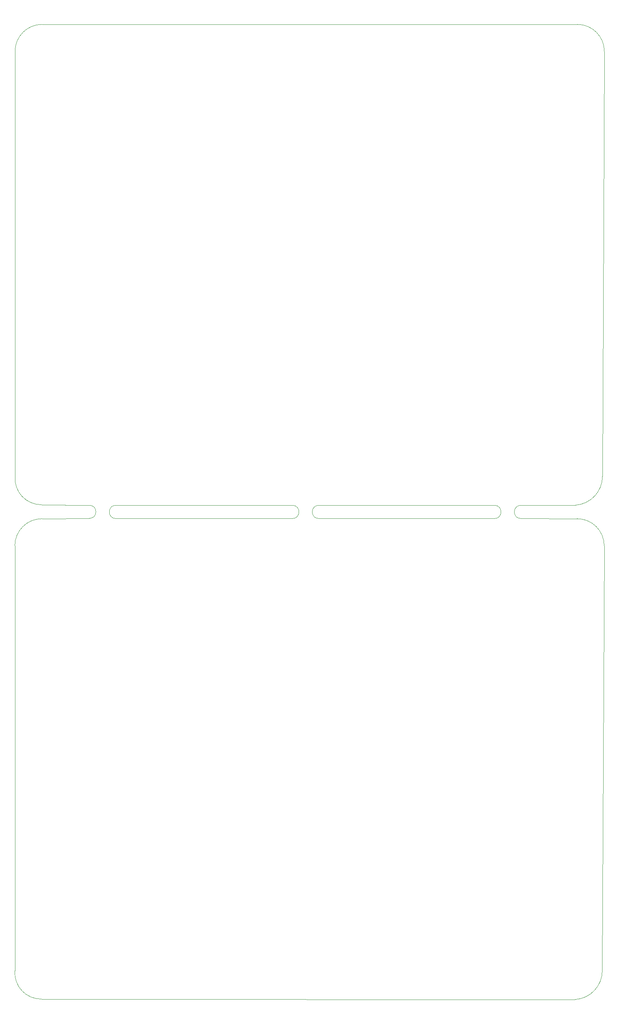
<source format=gbr>
%TF.GenerationSoftware,KiCad,Pcbnew,6.0.11-2627ca5db0~126~ubuntu20.04.1*%
%TF.CreationDate,2023-05-10T15:40:20+05:30*%
%TF.ProjectId,MVCU_F407,4d564355-5f46-4343-9037-2e6b69636164,rev?*%
%TF.SameCoordinates,Original*%
%TF.FileFunction,Profile,NP*%
%FSLAX46Y46*%
G04 Gerber Fmt 4.6, Leading zero omitted, Abs format (unit mm)*
G04 Created by KiCad (PCBNEW 6.0.11-2627ca5db0~126~ubuntu20.04.1) date 2023-05-10 15:40:20*
%MOMM*%
%LPD*%
G01*
G04 APERTURE LIST*
%TA.AperFunction,Profile*%
%ADD10C,0.050000*%
%TD*%
%TA.AperFunction,Profile*%
%ADD11C,0.120000*%
%TD*%
G04 APERTURE END LIST*
D10*
X160390000Y31193000D02*
X39740000Y31193000D01*
X166447000Y-86323000D02*
X166018000Y-182095000D01*
X141693000Y-77195000D02*
X102143000Y-77195000D01*
X147693000Y-77195000D02*
X159957000Y-77175000D01*
X56393000Y-80195000D02*
X96143000Y-80195000D01*
X96143000Y-77195000D02*
X56393000Y-77195000D01*
D11*
X141693000Y-80195000D02*
G75*
G03*
X141693000Y-77195000I0J1500000D01*
G01*
D10*
X102143000Y-80195000D02*
X141693000Y-80195000D01*
D11*
X102143000Y-77195000D02*
G75*
G03*
X102143000Y-80195000I0J-1500000D01*
G01*
D10*
X39701000Y-80227000D02*
G75*
G03*
X33605000Y-86323000I0J-6096000D01*
G01*
X33657020Y-70675002D02*
G75*
G03*
X39657000Y-77075000I5903680J-477798D01*
G01*
X159956999Y-77174986D02*
G75*
G03*
X166057000Y-70675000I-413099J6499986D01*
G01*
X166486000Y25097000D02*
X166057000Y-70675000D01*
X39701000Y-80227000D02*
X50393000Y-80155000D01*
X33618020Y-182095002D02*
G75*
G03*
X39618000Y-188495000I5903680J-477798D01*
G01*
X33618000Y-182095000D02*
X33605000Y-86323000D01*
D11*
X56393000Y-77195000D02*
G75*
G03*
X56393000Y-80195000I0J-1500000D01*
G01*
D10*
X166447000Y-86323000D02*
G75*
G03*
X160351000Y-80227000I-6096000J0D01*
G01*
X147693000Y-80195000D02*
X160351000Y-80227000D01*
X166486000Y25097000D02*
G75*
G03*
X160390000Y31193000I-6096000J0D01*
G01*
X50393000Y-77195000D02*
X39657000Y-77075000D01*
X39740000Y31193000D02*
G75*
G03*
X33644000Y25097000I0J-6096000D01*
G01*
X159918000Y-188595000D02*
X39618000Y-188495000D01*
D11*
X147693000Y-77195000D02*
G75*
G03*
X147693000Y-80195000I0J-1500000D01*
G01*
D10*
X159917999Y-188594986D02*
G75*
G03*
X166018000Y-182095000I-413099J6499986D01*
G01*
X33657000Y-70675000D02*
X33644000Y25097000D01*
D11*
X50393000Y-80155000D02*
G75*
G03*
X50393000Y-77195000I0J1480000D01*
G01*
X96143000Y-80195000D02*
G75*
G03*
X96143000Y-77195000I0J1500000D01*
G01*
M02*

</source>
